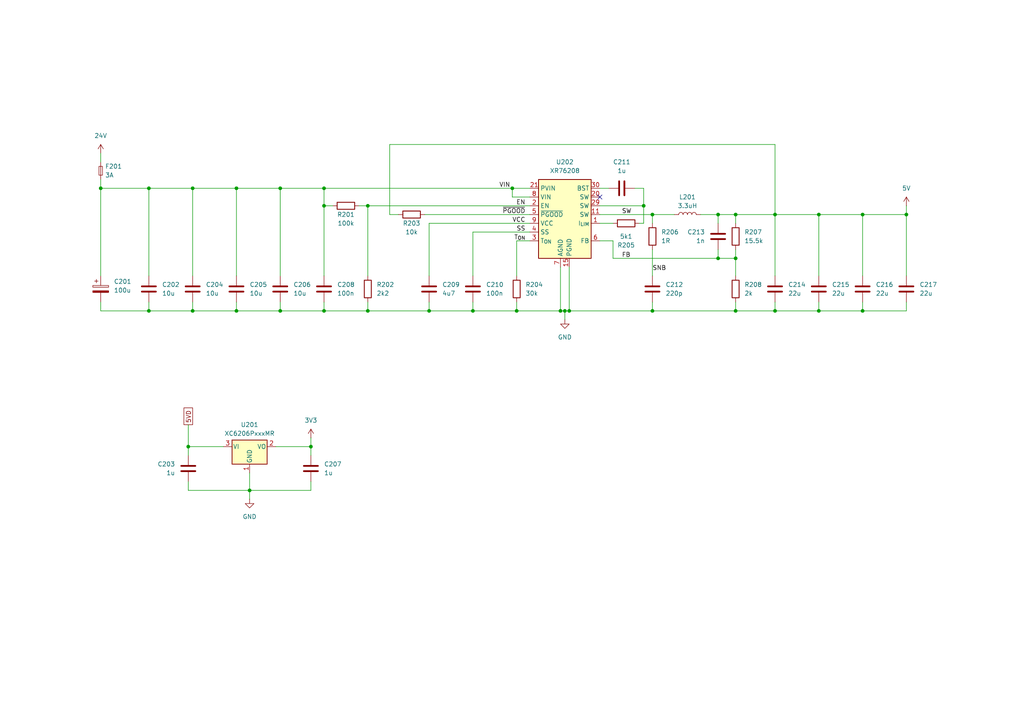
<source format=kicad_sch>
(kicad_sch (version 20250114) (generator "eeschema") (generator_version "9.0")
  (paper "A4")
  (title_block (title "EWS - Power, CANbus and USB HAT for 3D Printers") (date "2025-12-03") (rev "1.0") (company "Eduard Iten"))
  (lib_symbols
    (symbol "Device:C" (pin_numbers (hide yes)) (pin_names (offset 0.254))
      (property "Reference" "C" (at 0.635 2.54 0))
      (property "Value" "C" (at 0.635 -2.54 0))
      (symbol "C_0_1"
        (polyline (pts (xy -2.032 0.762) (xy 2.032 0.762)) (stroke (width 0.508)))
        (polyline (pts (xy -2.032 -0.762) (xy 2.032 -0.762)) (stroke (width 0.508)))
      )
      (symbol "C_1_1"
        (pin passive line (at 0 3.81 270) (length 2.794) (name "~") (number "1"))
        (pin passive line (at 0 -3.81 90) (length 2.794) (name "~") (number "2"))
      )
    )
    (symbol "Device:C_Polarized" (pin_numbers (hide yes)) (pin_names (offset 0.254))
      (property "Reference" "C" (at 0.635 2.54 0))
      (property "Value" "C_Polarized" (at 0.635 -2.54 0))
      (symbol "C_Polarized_0_1"
        (rectangle (start -2.286 0.508) (end 2.286 1.016))
        (polyline (pts (xy -1.778 2.286) (xy -0.762 2.286)))
        (polyline (pts (xy -1.27 2.794) (xy -1.27 1.778)))
        (rectangle (start 2.286 -0.508) (end -2.286 -1.016) (fill (type outline)))
      )
      (symbol "C_Polarized_1_1"
        (pin passive line (at 0 3.81 270) (length 2.794) (name "~") (number "1"))
        (pin passive line (at 0 -3.81 90) (length 2.794) (name "~") (number "2"))
      )
    )
    (symbol "Device:Fuse_Small" (pin_numbers (hide yes)) (pin_names (offset 0.254) (hide yes))
      (property "Reference" "F" (at 0 -1.524 0))
      (property "Value" "Fuse_Small" (at 0 1.524 0))
      (symbol "Fuse_Small_0_1"
        (rectangle (start -1.27 0.508) (end 1.27 -0.508))
        (polyline (pts (xy -1.27 0) (xy 1.27 0)))
      )
      (symbol "Fuse_Small_1_1"
        (pin passive line (at -2.54 0 0) (length 1.27) (name "~") (number "1"))
        (pin passive line (at 2.54 0 180) (length 1.27) (name "~") (number "2"))
      )
    )
    (symbol "Device:L" (pin_numbers (hide yes)) (pin_names (offset 1.016) (hide yes))
      (property "Reference" "L" (at -1.27 0 90))
      (property "Value" "L" (at 1.905 0 90))
      (symbol "L_0_1"
        (arc (start 0 2.54) (mid 0.6323 1.905) (end 0 1.27))
        (arc (start 0 1.27) (mid 0.6323 0.635) (end 0 0))
        (arc (start 0 0) (mid 0.6323 -0.635) (end 0 -1.27))
        (arc (start 0 -1.27) (mid 0.6323 -1.905) (end 0 -2.54))
      )
      (symbol "L_1_1"
        (pin passive line (at 0 3.81 270) (length 1.27) (name "1") (number "1"))
        (pin passive line (at 0 -3.81 90) (length 1.27) (name "2") (number "2"))
      )
    )
    (symbol "Device:R" (pin_numbers (hide yes)) (pin_names (offset 0))
      (property "Reference" "R" (at 2.032 0 90))
      (property "Value" "R" (at 0 0 90))
      (symbol "R_0_1"
        (rectangle (start -1.016 -2.54) (end 1.016 2.54) (stroke (width 0.254)))
      )
      (symbol "R_1_1"
        (pin passive line (at 0 3.81 270) (length 1.27) (name "~") (number "1"))
        (pin passive line (at 0 -3.81 90) (length 1.27) (name "~") (number "2"))
      )
    )
    (symbol "Regulator_Linear:XC6206PxxxMR" (pin_names (offset 0.254))
      (property "Reference" "U" (at -3.81 3.175 0))
      (property "Value" "XC6206PxxxMR" (at 0 3.175 0))
      (symbol "XC6206PxxxMR_0_1"
        (rectangle (start -5.08 1.905) (end 5.08 -5.08) (stroke (width 0.254)) (fill (type background)))
      )
      (symbol "XC6206PxxxMR_1_1"
        (pin power_in line (at -7.62 0 0) (length 2.54) (name "VI") (number "3"))
        (pin power_in line (at 0 -7.62 90) (length 2.54) (name "GND") (number "1"))
        (pin power_out line (at 7.62 0 180) (length 2.54) (name "VO") (number "2"))
      )
    )
    (symbol "power:+24V" (power) (pin_numbers (hide yes)) (pin_names (offset 0) (hide yes))
      (property "Value" "+24V" (at 0 3.556 0))
      (symbol "+24V_0_1"
        (polyline (pts (xy -0.762 1.27) (xy 0 2.54)))
        (polyline (pts (xy 0 2.54) (xy 0.762 1.27)))
        (polyline (pts (xy 0 0) (xy 0 2.54)))
      )
      (symbol "+24V_1_1"
        (pin power_in line (at 0 0 90) (length 0) (name "~") (number "1"))
      )
    )
    (symbol "power:+3.3V" (power) (pin_numbers (hide yes)) (pin_names (offset 0) (hide yes))
      (property "Value" "+3.3V" (at 0 3.556 0))
      (symbol "+3.3V_0_1"
        (polyline (pts (xy -0.762 1.27) (xy 0 2.54)))
        (polyline (pts (xy 0 2.54) (xy 0.762 1.27)))
        (polyline (pts (xy 0 0) (xy 0 2.54)))
      )
      (symbol "+3.3V_1_1"
        (pin power_in line (at 0 0 90) (length 0) (name "~") (number "1"))
      )
    )
    (symbol "power:GND" (power) (pin_numbers (hide yes)) (pin_names (offset 0) (hide yes))
      (property "Value" "GND" (at 0 -3.81 0))
      (symbol "GND_0_1"
        (polyline (pts (xy 0 0) (xy 0 -1.27) (xy 1.27 -1.27) (xy 0 -2.54) (xy -1.27 -1.27) (xy 0 -1.27)))
      )
      (symbol "GND_1_1"
        (pin power_in line (at 0 0 270) (length 0) (name "~") (number "1"))
      )
    )
    (symbol "project:XR76208"
      (property "Reference" "U" (at 0 15.24 0))
      (property "Value" "XR76208" (at 0 12.7 0))
      (symbol "XR76208_1_1"
        (rectangle (start -7.62 11.43) (end 7.62 -11.43) (stroke (width 0.254)) (fill (type background)))
        (pin power_in line (at -10.16 8.89 0) (length 2.54) (name "PVIN") (number "21"))
        (pin passive line (at -10.16 8.89 0) (length 2.54) (hide yes) (name "PVIN") (number "22"))
        (pin passive line (at -10.16 8.89 0) (length 2.54) (hide yes) (name "PVIN") (number "23"))
        (pin passive line (at -10.16 8.89 0) (length 2.54) (hide yes) (name "PVIN") (number "24"))
        (pin passive line (at -10.16 8.89 0) (length 2.54) (hide yes) (name "PVIN") (number "25"))
        (pin passive line (at -10.16 8.89 0) (length 2.54) (hide yes) (name "PVIN") (number "26"))
        (pin passive line (at -10.16 8.89 0) (length 2.54) (hide yes) (name "PVIN") (number "27"))
        (pin passive line (at -10.16 8.89 0) (length 2.54) (hide yes) (name "PVIN") (number "28"))
        (pin power_in line (at -10.16 6.35 0) (length 2.54) (name "VIN") (number "8"))
        (pin passive line (at -10.16 3.81 0) (length 2.54) (name "EN") (number "2"))
        (pin passive line (at -10.16 1.27 0) (length 2.54) (name "~{PGOOD}") (number "5"))
        (pin passive line (at -10.16 -1.27 0) (length 2.54) (name "VCC") (number "9"))
        (pin passive line (at -10.16 -3.81 0) (length 2.54) (name "SS") (number "4"))
        (pin passive line (at -10.16 -6.35 0) (length 2.54) (name "T_{ON}") (number "3"))
        (pin passive line (at -1.27 -13.97 90) (length 2.54) (hide yes) (name "AGND") (number "10"))
        (pin passive line (at -1.27 -13.97 90) (length 2.54) (hide yes) (name "AGND") (number "31"))
        (pin passive line (at -1.27 -13.97 90) (length 2.54) (name "AGND") (number "7"))
        (pin passive line (at 1.27 -13.97 90) (length 2.54) (name "PGND") (number "15"))
        (pin passive line (at 1.27 -13.97 90) (length 2.54) (hide yes) (name "PGND") (number "16"))
        (pin passive line (at 1.27 -13.97 90) (length 2.54) (hide yes) (name "PGND") (number "17"))
        (pin passive line (at 1.27 -13.97 90) (length 2.54) (hide yes) (name "PGND") (number "18"))
        (pin passive line (at 1.27 -13.97 90) (length 2.54) (hide yes) (name "PGND") (number "19"))
        (pin passive line (at 10.16 8.89 180) (length 2.54) (name "BST") (number "30"))
        (pin passive line (at 10.16 6.35 180) (length 2.54) (name "SW") (number "20"))
        (pin power_out line (at 10.16 3.81 180) (length 2.54) (name "SW") (number "29"))
        (pin passive line (at 10.16 1.27 180) (length 2.54) (name "SW") (number "11"))
        (pin passive line (at 10.16 1.27 180) (length 2.54) (hide yes) (name "SW") (number "12"))
        (pin passive line (at 10.16 1.27 180) (length 2.54) (hide yes) (name "SW") (number "13"))
        (pin passive line (at 10.16 1.27 180) (length 2.54) (hide yes) (name "SW") (number "14"))
        (pin passive line (at 10.16 -1.27 180) (length 2.54) (name "I_{LIM}") (number "1"))
        (pin passive line (at 10.16 -6.35 180) (length 2.54) (name "FB") (number "6"))
      )
    )
  )
  (junction (at 106.68 59.69))
  (junction (at 54.61 129.54))
  (junction (at 68.58 54.61))
  (junction (at 90.17 129.54))
  (junction (at 68.58 90.17))
  (junction (at 137.16 90.17))
  (junction (at 250.19 62.23))
  (junction (at 55.88 54.61))
  (junction (at 262.89 62.23))
  (junction (at 55.88 90.17))
  (junction (at 149.86 90.17))
  (junction (at 237.49 90.17))
  (junction (at 124.46 90.17))
  (junction (at 224.79 90.17))
  (junction (at 43.18 54.61))
  (junction (at 224.79 62.23))
  (junction (at 186.69 59.69))
  (junction (at 93.98 54.61))
  (junction (at 81.28 90.17))
  (junction (at 81.28 54.61))
  (junction (at 213.36 74.93))
  (junction (at 93.98 90.17))
  (junction (at 237.49 62.23))
  (junction (at 43.18 90.17))
  (junction (at 106.68 90.17))
  (junction (at 29.21 54.61))
  (junction (at 148.59 54.61))
  (junction (at 72.39 142.24))
  (junction (at 162.56 90.17))
  (junction (at 250.19 90.17))
  (junction (at 93.98 59.69))
  (junction (at 163.83 90.17))
  (junction (at 189.23 90.17))
  (junction (at 165.1 90.17))
  (junction (at 208.28 74.93))
  (junction (at 213.36 90.17))
  (junction (at 208.28 62.23))
  (junction (at 213.36 62.23))
  (junction (at 189.23 62.23))
  (no_connect (at 173.99 57.15))
  (wire (pts (xy 29.21 90.17) (xy 43.18 90.17)))
  (wire (pts (xy 137.16 67.31) (xy 153.67 67.31)))
  (wire (pts (xy 250.19 62.23) (xy 237.49 62.23)))
  (wire (pts (xy 80.01 129.54) (xy 90.17 129.54)))
  (wire (pts (xy 189.23 90.17) (xy 213.36 90.17)))
  (wire (pts (xy 106.68 87.63) (xy 106.68 90.17)))
  (wire (pts (xy 208.28 62.23) (xy 213.36 62.23)))
  (wire (pts (xy 123.19 62.23) (xy 153.67 62.23)))
  (wire (pts (xy 224.79 90.17) (xy 237.49 90.17)))
  (wire (pts (xy 72.39 142.24) (xy 90.17 142.24)))
  (wire (pts (xy 54.61 123.19) (xy 54.61 129.54)))
  (wire (pts (xy 68.58 54.61) (xy 68.58 80.01)))
  (wire (pts (xy 163.83 90.17) (xy 165.1 90.17)))
  (wire (pts (xy 189.23 72.39) (xy 189.23 80.01)))
  (wire (pts (xy 203.2 62.23) (xy 208.28 62.23)))
  (wire (pts (xy 104.14 59.69) (xy 106.68 59.69)))
  (wire (pts (xy 208.28 74.93) (xy 213.36 74.93)))
  (wire (pts (xy 29.21 54.61) (xy 43.18 54.61)))
  (wire (pts (xy 162.56 77.47) (xy 162.56 90.17)))
  (wire (pts (xy 43.18 54.61) (xy 43.18 80.01)))
  (wire (pts (xy 54.61 139.7) (xy 54.61 142.24)))
  (wire (pts (xy 189.23 87.63) (xy 189.23 90.17)))
  (wire (pts (xy 262.89 59.69) (xy 262.89 62.23)))
  (wire (pts (xy 173.99 62.23) (xy 189.23 62.23)))
  (wire (pts (xy 55.88 80.01) (xy 55.88 54.61)))
  (wire (pts (xy 29.21 44.45) (xy 29.21 46.99)))
  (wire (pts (xy 72.39 142.24) (xy 72.39 144.78)))
  (wire (pts (xy 68.58 87.63) (xy 68.58 90.17)))
  (wire (pts (xy 189.23 62.23) (xy 189.23 64.77)))
  (wire (pts (xy 93.98 90.17) (xy 106.68 90.17)))
  (wire (pts (xy 250.19 87.63) (xy 250.19 90.17)))
  (wire (pts (xy 43.18 90.17) (xy 55.88 90.17)))
  (wire (pts (xy 237.49 87.63) (xy 237.49 90.17)))
  (wire (pts (xy 149.86 69.85) (xy 149.86 80.01)))
  (wire (pts (xy 262.89 62.23) (xy 250.19 62.23)))
  (wire (pts (xy 43.18 87.63) (xy 43.18 90.17)))
  (wire (pts (xy 124.46 87.63) (xy 124.46 90.17)))
  (wire (pts (xy 250.19 80.01) (xy 250.19 62.23)))
  (wire (pts (xy 29.21 87.63) (xy 29.21 90.17)))
  (wire (pts (xy 262.89 87.63) (xy 262.89 90.17)))
  (wire (pts (xy 213.36 90.17) (xy 224.79 90.17)))
  (wire (pts (xy 149.86 69.85) (xy 153.67 69.85)))
  (wire (pts (xy 55.88 87.63) (xy 55.88 90.17)))
  (wire (pts (xy 90.17 127) (xy 90.17 129.54)))
  (wire (pts (xy 237.49 62.23) (xy 224.79 62.23)))
  (wire (pts (xy 165.1 77.47) (xy 165.1 90.17)))
  (wire (pts (xy 186.69 54.61) (xy 186.69 59.69)))
  (wire (pts (xy 208.28 62.23) (xy 208.28 64.77)))
  (wire (pts (xy 29.21 52.07) (xy 29.21 54.61)))
  (wire (pts (xy 148.59 57.15) (xy 153.67 57.15)))
  (wire (pts (xy 93.98 54.61) (xy 93.98 59.69)))
  (wire (pts (xy 208.28 72.39) (xy 208.28 74.93)))
  (wire (pts (xy 262.89 90.17) (xy 250.19 90.17)))
  (wire (pts (xy 93.98 87.63) (xy 93.98 90.17)))
  (wire (pts (xy 68.58 54.61) (xy 81.28 54.61)))
  (wire (pts (xy 54.61 142.24) (xy 72.39 142.24)))
  (wire (pts (xy 177.8 74.93) (xy 177.8 69.85)))
  (wire (pts (xy 81.28 54.61) (xy 81.28 80.01)))
  (wire (pts (xy 184.15 54.61) (xy 186.69 54.61)))
  (wire (pts (xy 177.8 74.93) (xy 208.28 74.93)))
  (wire (pts (xy 213.36 62.23) (xy 224.79 62.23)))
  (wire (pts (xy 224.79 62.23) (xy 224.79 80.01)))
  (wire (pts (xy 124.46 64.77) (xy 153.67 64.77)))
  (wire (pts (xy 54.61 129.54) (xy 54.61 132.08)))
  (wire (pts (xy 29.21 80.01) (xy 29.21 54.61)))
  (wire (pts (xy 137.16 90.17) (xy 149.86 90.17)))
  (wire (pts (xy 237.49 80.01) (xy 237.49 62.23)))
  (wire (pts (xy 81.28 54.61) (xy 93.98 54.61)))
  (wire (pts (xy 124.46 90.17) (xy 137.16 90.17)))
  (wire (pts (xy 213.36 62.23) (xy 213.36 64.77)))
  (wire (pts (xy 43.18 54.61) (xy 55.88 54.61)))
  (wire (pts (xy 124.46 80.01) (xy 124.46 64.77)))
  (wire (pts (xy 137.16 87.63) (xy 137.16 90.17)))
  (wire (pts (xy 93.98 80.01) (xy 93.98 59.69)))
  (wire (pts (xy 148.59 57.15) (xy 148.59 54.61)))
  (wire (pts (xy 237.49 90.17) (xy 250.19 90.17)))
  (wire (pts (xy 81.28 87.63) (xy 81.28 90.17)))
  (wire (pts (xy 113.03 62.23) (xy 113.03 41.91)))
  (wire (pts (xy 90.17 142.24) (xy 90.17 139.7)))
  (wire (pts (xy 93.98 54.61) (xy 148.59 54.61)))
  (wire (pts (xy 113.03 41.91) (xy 224.79 41.91)))
  (wire (pts (xy 262.89 80.01) (xy 262.89 62.23)))
  (wire (pts (xy 162.56 90.17) (xy 163.83 90.17)))
  (wire (pts (xy 106.68 90.17) (xy 124.46 90.17)))
  (wire (pts (xy 96.52 59.69) (xy 93.98 59.69)))
  (wire (pts (xy 224.79 41.91) (xy 224.79 62.23)))
  (wire (pts (xy 177.8 69.85) (xy 173.99 69.85)))
  (wire (pts (xy 55.88 54.61) (xy 68.58 54.61)))
  (wire (pts (xy 213.36 87.63) (xy 213.36 90.17)))
  (wire (pts (xy 189.23 62.23) (xy 195.58 62.23)))
  (wire (pts (xy 55.88 90.17) (xy 68.58 90.17)))
  (wire (pts (xy 173.99 59.69) (xy 186.69 59.69)))
  (wire (pts (xy 81.28 90.17) (xy 93.98 90.17)))
  (wire (pts (xy 54.61 129.54) (xy 64.77 129.54)))
  (wire (pts (xy 213.36 74.93) (xy 213.36 80.01)))
  (wire (pts (xy 149.86 90.17) (xy 162.56 90.17)))
  (wire (pts (xy 185.42 64.77) (xy 186.69 64.77)))
  (wire (pts (xy 68.58 90.17) (xy 81.28 90.17)))
  (wire (pts (xy 115.57 62.23) (xy 113.03 62.23)))
  (wire (pts (xy 163.83 90.17) (xy 163.83 92.71)))
  (wire (pts (xy 137.16 80.01) (xy 137.16 67.31)))
  (wire (pts (xy 106.68 59.69) (xy 106.68 80.01)))
  (wire (pts (xy 224.79 90.17) (xy 224.79 87.63)))
  (wire (pts (xy 148.59 54.61) (xy 153.67 54.61)))
  (wire (pts (xy 165.1 90.17) (xy 189.23 90.17)))
  (wire (pts (xy 173.99 64.77) (xy 177.8 64.77)))
  (wire (pts (xy 213.36 72.39) (xy 213.36 74.93)))
  (wire (pts (xy 149.86 87.63) (xy 149.86 90.17)))
  (wire (pts (xy 90.17 132.08) (xy 90.17 129.54)))
  (wire (pts (xy 173.99 54.61) (xy 176.53 54.61)))
  (wire (pts (xy 186.69 64.77) (xy 186.69 59.69)))
  (wire (pts (xy 106.68 59.69) (xy 153.67 59.69)))
  (wire (pts (xy 72.39 137.16) (xy 72.39 142.24)))
  (label "FB" (at 180.34 74.93 0))
  (label "~{PGOOD}" (at 152.4 62.23 180))
  (label "SW" (at 180.34 62.23 0))
  (label "VCC" (at 152.4 64.77 180))
  (label "VIN" (at 144.78 54.61 0))
  (label "EN" (at 152.4 59.69 180))
  (label "SS" (at 152.4 67.31 180))
  (label "T_{ON}" (at 152.4 69.85 180))
  (label "SNB" (at 189.23 78.74 0))
  (global_label "5VD" (shape passive) (at 54.61 123.19 90) (property "Intersheetrefs" "${INTERSHEET_REFS}" (effects (hide yes))))
  (symbol (lib_id "Device:C") (at 68.58 83.82 0) (unit 1)
    (property "Reference" "C205" (at 72.39 82.5499 0) (effects (justify left)))
    (property "Value" "10u" (at 72.39 85.0899 0) (effects (justify left)))
    (property "Footprint" "Capacitor_SMD:C_1206_3216Metric" (effects (hide yes)))
    (property "Description" "Unpolarized capacitor" (effects (hide yes)))
    (property "Manufacturer Part #" "CL31A106KBHNNNE" (effects (hide yes)))
    (property "LCSC Part #" "C13585" (effects (hide yes)))
  )
  (symbol (lib_id "Device:R") (at 213.36 68.58 0) (unit 1)
    (property "Reference" "R207" (at 215.9 67.3099 0) (effects (justify left)))
    (property "Value" "15.5k" (at 215.9 69.8499 0) (effects (justify left)))
    (property "Footprint" "Resistor_SMD:R_0402_1005Metric" (effects (hide yes)))
    (property "Description" "Resistor" (effects (hide yes)))
  )
  (symbol (lib_id "Device:R") (at 106.68 83.82 0) (unit 1)
    (property "Reference" "R202" (at 109.22 82.5499 0) (effects (justify left)))
    (property "Value" "2k2" (at 109.22 85.0899 0) (effects (justify left)))
    (property "Footprint" "Resistor_SMD:R_0402_1005Metric" (effects (hide yes)))
    (property "Description" "Resistor" (effects (hide yes)))
  )
  (symbol (lib_id "Device:C") (at 55.88 83.82 0) (unit 1)
    (property "Reference" "C204" (at 59.69 82.5499 0) (effects (justify left)))
    (property "Value" "10u" (at 59.69 85.0899 0) (effects (justify left)))
    (property "Footprint" "Capacitor_SMD:C_1206_3216Metric" (effects (hide yes)))
    (property "Description" "Unpolarized capacitor" (effects (hide yes)))
    (property "Manufacturer Part #" "CL31A106KBHNNNE" (effects (hide yes)))
    (property "LCSC Part #" "C13585" (effects (hide yes)))
  )
  (symbol (lib_id "power:+24V") (at 29.21 44.45 0) (unit 1)
    (property "Reference" "#PWR0201" (effects (hide yes)))
    (property "Value" "24V" (at 29.21 39.37 0))
    (property "Description" "Power symbol creates a global label with name \"+24V\"" (effects (hide yes)))
  )
  (symbol (lib_id "Device:C") (at 224.79 83.82 0) (unit 1)
    (property "Reference" "C214" (at 228.6 82.5499 0) (effects (justify left)))
    (property "Value" "22u" (at 228.6 85.0899 0) (effects (justify left)))
    (property "Footprint" "Capacitor_SMD:C_1206_3216Metric" (effects (hide yes)))
    (property "Description" "Unpolarized capacitor" (effects (hide yes)))
  )
  (symbol (lib_id "Device:C") (at 81.28 83.82 0) (unit 1)
    (property "Reference" "C206" (at 85.09 82.5499 0) (effects (justify left)))
    (property "Value" "10u" (at 85.09 85.0899 0) (effects (justify left)))
    (property "Footprint" "Capacitor_SMD:C_1206_3216Metric" (effects (hide yes)))
    (property "Description" "Unpolarized capacitor" (effects (hide yes)))
    (property "Manufacturer Part #" "CL31A106KBHNNNE" (effects (hide yes)))
    (property "LCSC Part #" "C13585" (effects (hide yes)))
  )
  (symbol (lib_id "Device:R") (at 181.61 64.77 270) (unit 1)
    (property "Reference" "R205" (at 181.61 71.12 90))
    (property "Value" "5k1" (at 181.61 68.58 90))
    (property "Footprint" "Resistor_SMD:R_0402_1005Metric" (effects (hide yes)))
    (property "Description" "Resistor" (effects (hide yes)))
  )
  (symbol (lib_id "Device:C_Polarized") (at 29.21 83.82 0) (unit 1)
    (property "Reference" "C201" (at 33.02 81.6609 0) (effects (justify left)))
    (property "Value" "100u" (at 33.02 84.2009 0) (effects (justify left)))
    (property "Footprint" "Capacitor_SMD:CP_Elec_6.3x7.7" (effects (hide yes)))
    (property "Description" "Polarized capacitor" (effects (hide yes)))
    (property "Manufacturer Part #" "RVT1H101M0607" (effects (hide yes)))
    (property "LCSC Part #" "C3151829" (effects (hide yes)))
  )
  (symbol (lib_id "power:GND") (at 72.39 144.78 0) (unit 1)
    (property "Reference" "#PWR0202" (effects (hide yes)))
    (property "Value" "GND" (at 72.39 149.86 0))
    (property "Description" "Power symbol creates a global label with name \"GND\" , ground" (effects (hide yes)))
  )
  (symbol (lib_id "Device:R") (at 213.36 83.82 0) (unit 1)
    (property "Reference" "R208" (at 215.9 82.5499 0) (effects (justify left)))
    (property "Value" "2k" (at 215.9 85.0899 0) (effects (justify left)))
    (property "Footprint" "Resistor_SMD:R_0402_1005Metric" (effects (hide yes)))
    (property "Description" "Resistor" (effects (hide yes)))
  )
  (symbol (lib_id "Device:C") (at 54.61 135.89 0) (mirror x) (unit 1)
    (property "Reference" "C203" (at 50.8 134.6199 0) (effects (justify right)))
    (property "Value" "1u" (at 50.8 137.1599 0) (effects (justify right)))
    (property "Footprint" "Capacitor_SMD:C_0402_1005Metric" (effects (hide yes)))
    (property "Description" "Unpolarized capacitor" (effects (hide yes)))
  )
  (symbol (lib_id "Device:R") (at 119.38 62.23 90) (mirror x) (unit 1)
    (property "Reference" "R203" (at 119.38 64.77 90))
    (property "Value" "10k" (at 119.38 67.31 90))
    (property "Footprint" "Resistor_SMD:R_0402_1005Metric" (effects (hide yes)))
    (property "Description" "Resistor" (effects (hide yes)))
  )
  (symbol (lib_id "Device:C") (at 93.98 83.82 0) (unit 1)
    (property "Reference" "C208" (at 97.79 82.5499 0) (effects (justify left)))
    (property "Value" "100n" (at 97.79 85.0899 0) (effects (justify left)))
    (property "Footprint" "Capacitor_SMD:C_0402_1005Metric" (effects (hide yes)))
    (property "Description" "Unpolarized capacitor" (effects (hide yes)))
  )
  (symbol (lib_id "power:+3.3V") (at 90.17 127 0) (unit 1)
    (property "Reference" "#PWR0203" (effects (hide yes)))
    (property "Value" "3V3" (at 90.17 121.92 0))
    (property "Description" "Power symbol creates a global label with name \"+3.3V\"" (effects (hide yes)))
  )
  (symbol (lib_id "Device:R") (at 149.86 83.82 0) (unit 1)
    (property "Reference" "R204" (at 152.4 82.5499 0) (effects (justify left)))
    (property "Value" "30k" (at 152.4 85.0899 0) (effects (justify left)))
    (property "Footprint" "Resistor_SMD:R_0402_1005Metric" (effects (hide yes)))
    (property "Description" "Resistor" (effects (hide yes)))
  )
  (symbol (lib_id "Device:C") (at 43.18 83.82 0) (unit 1)
    (property "Reference" "C202" (at 46.99 82.5499 0) (effects (justify left)))
    (property "Value" "10u" (at 46.99 85.0899 0) (effects (justify left)))
    (property "Footprint" "Capacitor_SMD:C_1206_3216Metric" (effects (hide yes)))
    (property "Description" "Unpolarized capacitor" (effects (hide yes)))
    (property "Manufacturer Part #" "CL31A106KBHNNNE" (effects (hide yes)))
    (property "LCSC Part #" "C13585" (effects (hide yes)))
  )
  (symbol (lib_id "Device:R") (at 189.23 68.58 0) (unit 1)
    (property "Reference" "R206" (at 191.77 67.3099 0) (effects (justify left)))
    (property "Value" "1R" (at 191.77 69.8499 0) (effects (justify left)))
    (property "Footprint" "Resistor_SMD:R_0603_1608Metric" (effects (hide yes)))
    (property "Description" "Resistor" (effects (hide yes)))
  )
  (symbol (lib_id "Device:C") (at 250.19 83.82 0) (unit 1)
    (property "Reference" "C216" (at 254 82.5499 0) (effects (justify left)))
    (property "Value" "22u" (at 254 85.0899 0) (effects (justify left)))
    (property "Footprint" "Capacitor_SMD:C_1206_3216Metric" (effects (hide yes)))
    (property "Description" "Unpolarized capacitor" (effects (hide yes)))
  )
  (symbol (lib_id "power:GND") (at 163.83 92.71 0) (unit 1)
    (property "Reference" "#PWR0204" (effects (hide yes)))
    (property "Value" "GND" (at 163.83 97.79 0))
    (property "Description" "Power symbol creates a global label with name \"GND\" , ground" (effects (hide yes)))
  )
  (symbol (lib_id "Device:L") (at 199.39 62.23 90) (unit 1)
    (property "Reference" "L201" (at 199.39 57.15 90))
    (property "Value" "3.3uH" (at 199.39 59.69 90))
    (property "Footprint" "Inductor_SMD:L_APV_APH1050" (effects (hide yes)))
    (property "Description" "Inductor" (effects (hide yes)))
    (property "Manufacturer Part #" "MDA1050-3R3M" (effects (hide yes)))
    (property "LCSC Part #" "C2847560" (effects (hide yes)))
  )
  (symbol (lib_id "project:XR76208") (at 163.83 63.5 0) (unit 1)
    (property "Reference" "U202" (at 163.83 46.99 0))
    (property "Value" "XR76208" (at 163.83 49.53 0))
    (property "Footprint" "project:IC_XR76203ELTR-F" (effects (hide yes)))
  )
  (symbol (lib_id "Device:C") (at 208.28 68.58 0) (mirror y) (unit 1)
    (property "Reference" "C213" (at 204.47 67.3099 0) (effects (justify left)))
    (property "Value" "1n" (at 204.47 69.8499 0) (effects (justify left)))
    (property "Footprint" "Capacitor_SMD:C_0402_1005Metric" (effects (hide yes)))
    (property "Description" "Unpolarized capacitor" (effects (hide yes)))
  )
  (symbol (lib_id "Device:Fuse_Small") (at 29.21 49.53 90) (unit 1)
    (property "Reference" "F201" (at 30.48 48.2599 90) (effects (justify right)))
    (property "Value" "3A" (at 30.48 50.7999 90) (effects (justify right)))
    (property "Footprint" "Fuse:Fuse_1206_3216Metric_Pad1.42x1.75mm_HandSolder" (effects (hide yes)))
    (property "Description" "Fuse, small symbol" (effects (hide yes)))
  )
  (symbol (lib_id "Device:C") (at 137.16 83.82 0) (unit 1)
    (property "Reference" "C210" (at 140.97 82.5499 0) (effects (justify left)))
    (property "Value" "100n" (at 140.97 85.0899 0) (effects (justify left)))
    (property "Footprint" "Capacitor_SMD:C_0402_1005Metric" (effects (hide yes)))
    (property "Description" "Unpolarized capacitor" (effects (hide yes)))
  )
  (symbol (lib_id "Device:R") (at 100.33 59.69 90) (mirror x) (unit 1)
    (property "Reference" "R201" (at 100.33 62.23 90))
    (property "Value" "100k" (at 100.33 64.77 90))
    (property "Footprint" "Resistor_SMD:R_0402_1005Metric" (effects (hide yes)))
    (property "Description" "Resistor" (effects (hide yes)))
  )
  (symbol (lib_id "Device:C") (at 262.89 83.82 0) (unit 1)
    (property "Reference" "C217" (at 266.7 82.5499 0) (effects (justify left)))
    (property "Value" "22u" (at 266.7 85.0899 0) (effects (justify left)))
    (property "Footprint" "Capacitor_SMD:C_1206_3216Metric" (effects (hide yes)))
    (property "Description" "Unpolarized capacitor" (effects (hide yes)))
  )
  (symbol (lib_id "Device:C") (at 90.17 135.89 180) (unit 1)
    (property "Reference" "C207" (at 93.98 134.6199 0) (effects (justify right)))
    (property "Value" "1u" (at 93.98 137.1599 0) (effects (justify right)))
    (property "Footprint" "Capacitor_SMD:C_0402_1005Metric" (effects (hide yes)))
    (property "Description" "Unpolarized capacitor" (effects (hide yes)))
  )
  (symbol (lib_id "Device:C") (at 180.34 54.61 90) (unit 1)
    (property "Reference" "C211" (at 180.34 46.99 90))
    (property "Value" "1u" (at 180.34 49.53 90))
    (property "Footprint" "Capacitor_SMD:C_0402_1005Metric" (effects (hide yes)))
    (property "Description" "Unpolarized capacitor" (effects (hide yes)))
  )
  (symbol (lib_id "power:+3.3V") (at 262.89 59.69 0) (unit 1)
    (property "Reference" "#PWR0205" (effects (hide yes)))
    (property "Value" "5V" (at 262.89 54.61 0))
    (property "Description" "Power symbol creates a global label with name \"+3.3V\"" (effects (hide yes)))
  )
  (symbol (lib_id "Device:C") (at 237.49 83.82 0) (unit 1)
    (property "Reference" "C215" (at 241.3 82.5499 0) (effects (justify left)))
    (property "Value" "22u" (at 241.3 85.0899 0) (effects (justify left)))
    (property "Footprint" "Capacitor_SMD:C_1206_3216Metric" (effects (hide yes)))
    (property "Description" "Unpolarized capacitor" (effects (hide yes)))
  )
  (symbol (lib_id "Regulator_Linear:XC6206PxxxMR") (at 72.39 129.54 0) (unit 1)
    (property "Reference" "U201" (at 72.39 123.19 0))
    (property "Value" "XC6206PxxxMR" (at 72.39 125.73 0))
    (property "Footprint" "Package_TO_SOT_SMD:SOT-23-3" (effects (hide yes)))
    (property "Datasheet" "https://www.torexsemi.com/file/xc6206/XC6206.pdf" (effects (hide yes)))
    (property "Description" "Positive 60-250mA Low Dropout Regulator, Fixed Output, SOT-23" (effects (hide yes)))
  )
  (symbol (lib_id "Device:C") (at 124.46 83.82 0) (unit 1)
    (property "Reference" "C209" (at 128.27 82.5499 0) (effects (justify left)))
    (property "Value" "4u7" (at 128.27 85.0899 0) (effects (justify left)))
    (property "Footprint" "Capacitor_SMD:C_0402_1005Metric" (effects (hide yes)))
    (property "Description" "Unpolarized capacitor" (effects (hide yes)))
    (property "Manufacturer Part #" "CL05A475MP5NRNC" (effects (hide yes)))
    (property "LCSC Part #" "C23733" (effects (hide yes)))
  )
  (symbol (lib_id "Device:C") (at 189.23 83.82 0) (unit 1)
    (property "Reference" "C212" (at 193.04 82.5499 0) (effects (justify left)))
    (property "Value" "220p" (at 193.04 85.0899 0) (effects (justify left)))
    (property "Footprint" "Capacitor_SMD:C_0603_1608Metric" (effects (hide yes)))
    (property "Description" "Unpolarized capacitor" (effects (hide yes)))
  )
)
</source>
